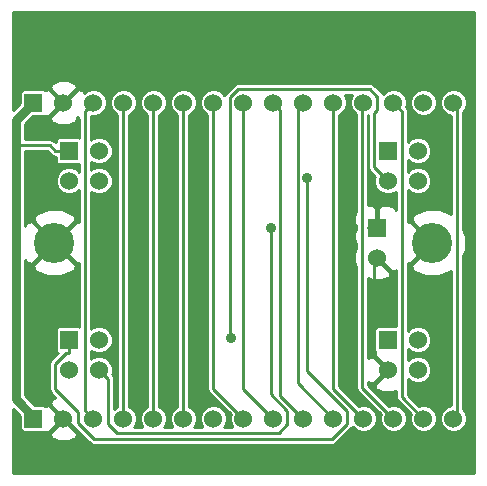
<source format=gbl>
G04 (created by PCBNEW (2013-mar-13)-testing) date Wed 23 Jul 2014 10:31:31 AM PDT*
%MOIN*%
G04 Gerber Fmt 3.4, Leading zero omitted, Abs format*
%FSLAX34Y34*%
G01*
G70*
G90*
G04 APERTURE LIST*
%ADD10C,0.005906*%
%ADD11R,0.060000X0.060000*%
%ADD12C,0.060000*%
%ADD13C,0.133900*%
%ADD14C,0.035000*%
%ADD15C,0.030000*%
%ADD16C,0.010000*%
G04 APERTURE END LIST*
G54D10*
G54D11*
X20559Y-33425D03*
G54D12*
X21559Y-33425D03*
X22559Y-33425D03*
X23559Y-33425D03*
X24559Y-33425D03*
X25559Y-33425D03*
X26559Y-33425D03*
X27559Y-33425D03*
X28559Y-33425D03*
X29559Y-33425D03*
X30559Y-33425D03*
X31559Y-33425D03*
X32559Y-33425D03*
X33559Y-33425D03*
X34559Y-33425D03*
G54D11*
X20559Y-22893D03*
G54D12*
X21559Y-22893D03*
X22559Y-22893D03*
X23559Y-22893D03*
X24559Y-22893D03*
X25559Y-22893D03*
X26559Y-22893D03*
X27559Y-22893D03*
X28559Y-22893D03*
X29559Y-22893D03*
X30559Y-22893D03*
X31559Y-22893D03*
X32559Y-22893D03*
X33559Y-22893D03*
X34559Y-22893D03*
G54D11*
X21744Y-24500D03*
G54D12*
X22744Y-24500D03*
X21744Y-25500D03*
X22744Y-25500D03*
G54D11*
X21744Y-30799D03*
G54D12*
X22744Y-30799D03*
X21744Y-31799D03*
X22744Y-31799D03*
G54D11*
X32374Y-24500D03*
G54D12*
X33374Y-24500D03*
X32374Y-25500D03*
X33374Y-25500D03*
G54D11*
X32374Y-30799D03*
G54D12*
X33374Y-30799D03*
X32374Y-31799D03*
X33374Y-31799D03*
G54D11*
X32007Y-27059D03*
G54D12*
X32007Y-28059D03*
G54D13*
X21259Y-27559D03*
X33858Y-27559D03*
G54D14*
X27152Y-30723D03*
X29692Y-25408D03*
X28464Y-27058D03*
G54D15*
X19980Y-32775D02*
X19980Y-24311D01*
X20559Y-33354D02*
X19980Y-32775D01*
X20559Y-33425D02*
X20559Y-33354D01*
X19980Y-23472D02*
X20559Y-22893D01*
X19980Y-24311D02*
X19980Y-23472D01*
G54D16*
X21105Y-24311D02*
X21293Y-24500D01*
X19980Y-24311D02*
X21105Y-24311D01*
X21744Y-24500D02*
X21293Y-24500D01*
X26559Y-32425D02*
X27559Y-33425D01*
X26559Y-22893D02*
X26559Y-32425D01*
X27559Y-32425D02*
X28559Y-33425D01*
X27559Y-22893D02*
X27559Y-32425D01*
X28789Y-23123D02*
X28559Y-22893D01*
X28789Y-32655D02*
X28789Y-23123D01*
X29559Y-33425D02*
X28789Y-32655D01*
X29367Y-32233D02*
X30559Y-33425D01*
X29367Y-23085D02*
X29367Y-32233D01*
X29559Y-22893D02*
X29367Y-23085D01*
X30559Y-32425D02*
X30559Y-22893D01*
X31559Y-33425D02*
X30559Y-32425D01*
X31523Y-32389D02*
X32559Y-33425D01*
X31523Y-22929D02*
X31523Y-32389D01*
X31559Y-22893D02*
X31523Y-22929D01*
X32842Y-23177D02*
X32559Y-22893D01*
X32842Y-32708D02*
X32842Y-23177D01*
X33559Y-33425D02*
X32842Y-32708D01*
X25559Y-22893D02*
X25559Y-33425D01*
X24559Y-22893D02*
X24559Y-33425D01*
X23559Y-22893D02*
X23559Y-33425D01*
X27106Y-30677D02*
X27152Y-30723D01*
X27106Y-22702D02*
X27106Y-30677D01*
X27376Y-22432D02*
X27106Y-22702D01*
X31763Y-22432D02*
X27376Y-22432D01*
X32025Y-22694D02*
X31763Y-22432D01*
X32025Y-23127D02*
X32025Y-22694D01*
X31923Y-23228D02*
X32025Y-23127D01*
X31923Y-25049D02*
X31923Y-23228D01*
X32374Y-25500D02*
X31923Y-25049D01*
X29692Y-31841D02*
X29692Y-25408D01*
X31015Y-33164D02*
X29692Y-31841D01*
X31015Y-33611D02*
X31015Y-33164D01*
X30515Y-34111D02*
X31015Y-33611D01*
X22587Y-34111D02*
X30515Y-34111D01*
X22059Y-33583D02*
X22587Y-34111D01*
X22059Y-33208D02*
X22059Y-33583D01*
X21291Y-32440D02*
X22059Y-33208D01*
X21291Y-31589D02*
X21291Y-32440D01*
X21631Y-31249D02*
X21291Y-31589D01*
X21744Y-31249D02*
X21631Y-31249D01*
X21744Y-30799D02*
X21744Y-31249D01*
X34681Y-33302D02*
X34559Y-33425D01*
X34681Y-23016D02*
X34681Y-33302D01*
X34559Y-22893D02*
X34681Y-23016D01*
X28464Y-32613D02*
X28464Y-27058D01*
X29015Y-33164D02*
X28464Y-32613D01*
X29015Y-33610D02*
X29015Y-33164D01*
X28732Y-33894D02*
X29015Y-33610D01*
X23345Y-33894D02*
X28732Y-33894D01*
X23059Y-33608D02*
X23345Y-33894D01*
X23059Y-32114D02*
X23059Y-33608D01*
X22744Y-31799D02*
X23059Y-32114D01*
X22285Y-23167D02*
X22559Y-22893D01*
X22285Y-33151D02*
X22285Y-23167D01*
X22559Y-33425D02*
X22285Y-33151D01*
X31923Y-28143D02*
X32007Y-28059D01*
X31923Y-31349D02*
X31923Y-28143D01*
X32374Y-31799D02*
X31923Y-31349D01*
G54D10*
G36*
X32642Y-26457D02*
X32562Y-26377D01*
X32397Y-26309D01*
X32218Y-26309D01*
X32145Y-26309D01*
X32032Y-26421D01*
X32032Y-27034D01*
X32040Y-27034D01*
X32040Y-27084D01*
X32032Y-27084D01*
X32032Y-27091D01*
X31982Y-27091D01*
X31982Y-27084D01*
X31723Y-27084D01*
X31723Y-27034D01*
X31982Y-27034D01*
X31982Y-26421D01*
X31870Y-26309D01*
X31797Y-26309D01*
X31723Y-26309D01*
X31723Y-23312D01*
X31723Y-23312D01*
X31723Y-25049D01*
X31739Y-25126D01*
X31782Y-25191D01*
X31946Y-25355D01*
X31924Y-25410D01*
X31923Y-25589D01*
X31992Y-25754D01*
X32118Y-25881D01*
X32284Y-25949D01*
X32463Y-25950D01*
X32628Y-25881D01*
X32642Y-25867D01*
X32642Y-26457D01*
X32642Y-26457D01*
G37*
G54D16*
X32642Y-26457D02*
X32562Y-26377D01*
X32397Y-26309D01*
X32218Y-26309D01*
X32145Y-26309D01*
X32032Y-26421D01*
X32032Y-27034D01*
X32040Y-27034D01*
X32040Y-27084D01*
X32032Y-27084D01*
X32032Y-27091D01*
X31982Y-27091D01*
X31982Y-27084D01*
X31723Y-27084D01*
X31723Y-27034D01*
X31982Y-27034D01*
X31982Y-26421D01*
X31870Y-26309D01*
X31797Y-26309D01*
X31723Y-26309D01*
X31723Y-23312D01*
X31723Y-23312D01*
X31723Y-25049D01*
X31739Y-25126D01*
X31782Y-25191D01*
X31946Y-25355D01*
X31924Y-25410D01*
X31923Y-25589D01*
X31992Y-25754D01*
X32118Y-25881D01*
X32284Y-25949D01*
X32463Y-25950D01*
X32628Y-25881D01*
X32642Y-25867D01*
X32642Y-26457D01*
G54D10*
G36*
X35233Y-35233D02*
X35009Y-35233D01*
X35009Y-33336D01*
X34940Y-33170D01*
X34881Y-33111D01*
X34881Y-28013D01*
X34973Y-27801D01*
X34981Y-27355D01*
X34881Y-27102D01*
X34881Y-23207D01*
X34940Y-23148D01*
X35008Y-22983D01*
X35009Y-22804D01*
X34940Y-22639D01*
X34814Y-22512D01*
X34648Y-22443D01*
X34469Y-22443D01*
X34304Y-22511D01*
X34177Y-22638D01*
X34109Y-22803D01*
X34108Y-22982D01*
X34177Y-23148D01*
X34303Y-23274D01*
X34469Y-23343D01*
X34481Y-23343D01*
X34481Y-26609D01*
X34100Y-26443D01*
X34009Y-26442D01*
X34009Y-22804D01*
X33940Y-22639D01*
X33814Y-22512D01*
X33648Y-22443D01*
X33469Y-22443D01*
X33304Y-22511D01*
X33177Y-22638D01*
X33109Y-22803D01*
X33108Y-22982D01*
X33177Y-23148D01*
X33303Y-23274D01*
X33469Y-23343D01*
X33648Y-23343D01*
X33813Y-23275D01*
X33940Y-23148D01*
X34008Y-22983D01*
X34009Y-22804D01*
X34009Y-26442D01*
X33655Y-26435D01*
X33240Y-26599D01*
X33207Y-26621D01*
X33148Y-26814D01*
X33858Y-27523D01*
X33863Y-27518D01*
X33899Y-27553D01*
X33893Y-27559D01*
X33899Y-27564D01*
X33863Y-27599D01*
X33858Y-27594D01*
X33148Y-28304D01*
X33207Y-28496D01*
X33616Y-28674D01*
X34061Y-28682D01*
X34475Y-28518D01*
X34481Y-28515D01*
X34481Y-32975D01*
X34469Y-32975D01*
X34304Y-33043D01*
X34177Y-33169D01*
X34109Y-33335D01*
X34108Y-33514D01*
X34177Y-33679D01*
X34303Y-33806D01*
X34469Y-33875D01*
X34648Y-33875D01*
X34813Y-33806D01*
X34940Y-33680D01*
X35008Y-33515D01*
X35009Y-33336D01*
X35009Y-35233D01*
X22002Y-35233D01*
X22002Y-33903D01*
X21559Y-33460D01*
X21115Y-33903D01*
X21130Y-34058D01*
X21404Y-34174D01*
X21703Y-34176D01*
X21979Y-34063D01*
X21988Y-34058D01*
X22002Y-33903D01*
X22002Y-35233D01*
X19884Y-35233D01*
X19884Y-33103D01*
X20109Y-33328D01*
X20109Y-33755D01*
X20131Y-33810D01*
X20174Y-33852D01*
X20229Y-33875D01*
X20288Y-33875D01*
X20888Y-33875D01*
X20937Y-33855D01*
X21080Y-33868D01*
X21523Y-33425D01*
X21080Y-32982D01*
X20937Y-32995D01*
X20888Y-32975D01*
X20829Y-32975D01*
X20604Y-32975D01*
X20280Y-32651D01*
X20280Y-28126D01*
X20299Y-28176D01*
X20321Y-28209D01*
X20514Y-28268D01*
X21224Y-27559D01*
X20514Y-26849D01*
X20321Y-26908D01*
X20280Y-27004D01*
X20280Y-24511D01*
X21022Y-24511D01*
X21152Y-24641D01*
X21217Y-24684D01*
X21293Y-24700D01*
X21294Y-24700D01*
X21294Y-24829D01*
X21316Y-24884D01*
X21359Y-24927D01*
X21414Y-24950D01*
X21473Y-24950D01*
X22073Y-24950D01*
X22085Y-24945D01*
X22085Y-25204D01*
X21999Y-25118D01*
X21833Y-25050D01*
X21654Y-25049D01*
X21489Y-25118D01*
X21362Y-25244D01*
X21294Y-25410D01*
X21294Y-25589D01*
X21362Y-25754D01*
X21488Y-25881D01*
X21654Y-25949D01*
X21833Y-25950D01*
X21998Y-25881D01*
X22085Y-25795D01*
X22085Y-26874D01*
X22004Y-26849D01*
X21969Y-26884D01*
X21969Y-26814D01*
X21910Y-26621D01*
X21501Y-26443D01*
X21056Y-26435D01*
X20642Y-26599D01*
X20609Y-26621D01*
X20550Y-26814D01*
X21259Y-27523D01*
X21969Y-26814D01*
X21969Y-26884D01*
X21295Y-27559D01*
X22004Y-28268D01*
X22085Y-28244D01*
X22085Y-30353D01*
X22073Y-30349D01*
X22014Y-30349D01*
X21969Y-30349D01*
X21969Y-28304D01*
X21259Y-27594D01*
X20550Y-28304D01*
X20609Y-28496D01*
X21017Y-28674D01*
X21463Y-28682D01*
X21877Y-28518D01*
X21910Y-28496D01*
X21969Y-28304D01*
X21969Y-30349D01*
X21414Y-30349D01*
X21359Y-30372D01*
X21316Y-30414D01*
X21294Y-30469D01*
X21294Y-30529D01*
X21294Y-31129D01*
X21316Y-31184D01*
X21359Y-31226D01*
X21368Y-31230D01*
X21149Y-31448D01*
X21106Y-31512D01*
X21091Y-31589D01*
X21091Y-32440D01*
X21106Y-32517D01*
X21149Y-32582D01*
X21292Y-32724D01*
X21138Y-32786D01*
X21130Y-32792D01*
X21115Y-32946D01*
X21559Y-33389D01*
X21564Y-33384D01*
X21599Y-33419D01*
X21594Y-33425D01*
X22037Y-33868D01*
X22059Y-33866D01*
X22445Y-34252D01*
X22510Y-34296D01*
X22587Y-34311D01*
X30515Y-34311D01*
X30591Y-34296D01*
X30656Y-34252D01*
X31157Y-33752D01*
X31157Y-33752D01*
X31194Y-33696D01*
X31303Y-33806D01*
X31469Y-33875D01*
X31648Y-33875D01*
X31813Y-33806D01*
X31940Y-33680D01*
X32008Y-33515D01*
X32009Y-33336D01*
X31940Y-33170D01*
X31814Y-33043D01*
X31648Y-32975D01*
X31469Y-32975D01*
X31414Y-32997D01*
X30759Y-32342D01*
X30759Y-23297D01*
X30813Y-23275D01*
X30940Y-23148D01*
X31008Y-22983D01*
X31009Y-22804D01*
X30940Y-22639D01*
X30934Y-22632D01*
X31183Y-22632D01*
X31177Y-22638D01*
X31109Y-22803D01*
X31108Y-22982D01*
X31177Y-23148D01*
X31303Y-23274D01*
X31323Y-23282D01*
X31323Y-26512D01*
X31257Y-26669D01*
X31257Y-26921D01*
X31323Y-26986D01*
X31323Y-27131D01*
X31257Y-27196D01*
X31257Y-27448D01*
X31323Y-27605D01*
X31323Y-27752D01*
X31258Y-27904D01*
X31256Y-28203D01*
X31323Y-28365D01*
X31323Y-32389D01*
X31338Y-32465D01*
X31381Y-32530D01*
X32131Y-33280D01*
X32109Y-33335D01*
X32108Y-33514D01*
X32177Y-33679D01*
X32303Y-33806D01*
X32469Y-33875D01*
X32648Y-33875D01*
X32813Y-33806D01*
X32940Y-33680D01*
X33008Y-33515D01*
X33009Y-33336D01*
X32940Y-33170D01*
X32814Y-33043D01*
X32648Y-32975D01*
X32469Y-32975D01*
X32414Y-32997D01*
X31723Y-32306D01*
X31723Y-32189D01*
X31735Y-32219D01*
X31741Y-32228D01*
X31895Y-32242D01*
X32338Y-31799D01*
X31895Y-31356D01*
X31741Y-31370D01*
X31723Y-31412D01*
X31723Y-28752D01*
X31853Y-28808D01*
X32152Y-28810D01*
X32428Y-28697D01*
X32436Y-28692D01*
X32451Y-28537D01*
X32007Y-28094D01*
X32002Y-28099D01*
X31966Y-28064D01*
X31972Y-28059D01*
X31966Y-28053D01*
X32002Y-28018D01*
X32007Y-28023D01*
X32013Y-28018D01*
X32048Y-28053D01*
X32043Y-28059D01*
X32486Y-28502D01*
X32640Y-28488D01*
X32642Y-28484D01*
X32642Y-30349D01*
X32044Y-30349D01*
X31989Y-30372D01*
X31946Y-30414D01*
X31924Y-30469D01*
X31924Y-30529D01*
X31924Y-31129D01*
X31943Y-31177D01*
X31930Y-31320D01*
X32374Y-31763D01*
X32379Y-31758D01*
X32414Y-31793D01*
X32409Y-31799D01*
X32414Y-31804D01*
X32379Y-31840D01*
X32374Y-31834D01*
X31930Y-32277D01*
X31945Y-32432D01*
X32219Y-32548D01*
X32518Y-32550D01*
X32642Y-32499D01*
X32642Y-32708D01*
X32657Y-32785D01*
X32701Y-32850D01*
X33131Y-33280D01*
X33109Y-33335D01*
X33108Y-33514D01*
X33177Y-33679D01*
X33303Y-33806D01*
X33469Y-33875D01*
X33648Y-33875D01*
X33813Y-33806D01*
X33940Y-33680D01*
X34008Y-33515D01*
X34009Y-33336D01*
X33940Y-33170D01*
X33814Y-33043D01*
X33648Y-32975D01*
X33469Y-32975D01*
X33414Y-32997D01*
X33042Y-32625D01*
X33042Y-32144D01*
X33054Y-32115D01*
X33118Y-32180D01*
X33284Y-32249D01*
X33463Y-32249D01*
X33628Y-32180D01*
X33755Y-32054D01*
X33823Y-31889D01*
X33824Y-31710D01*
X33755Y-31544D01*
X33629Y-31417D01*
X33463Y-31349D01*
X33284Y-31349D01*
X33119Y-31417D01*
X33054Y-31482D01*
X33042Y-31452D01*
X33042Y-31104D01*
X33118Y-31180D01*
X33284Y-31249D01*
X33463Y-31249D01*
X33628Y-31180D01*
X33755Y-31054D01*
X33823Y-30889D01*
X33824Y-30710D01*
X33755Y-30544D01*
X33629Y-30417D01*
X33463Y-30349D01*
X33284Y-30349D01*
X33119Y-30417D01*
X33042Y-30494D01*
X33042Y-28247D01*
X33113Y-28268D01*
X33822Y-27559D01*
X33113Y-26849D01*
X33042Y-26871D01*
X33042Y-25804D01*
X33118Y-25881D01*
X33284Y-25949D01*
X33463Y-25950D01*
X33628Y-25881D01*
X33755Y-25755D01*
X33823Y-25589D01*
X33824Y-25410D01*
X33755Y-25245D01*
X33629Y-25118D01*
X33463Y-25050D01*
X33284Y-25049D01*
X33119Y-25118D01*
X33042Y-25195D01*
X33042Y-24804D01*
X33118Y-24881D01*
X33284Y-24949D01*
X33463Y-24950D01*
X33628Y-24881D01*
X33755Y-24755D01*
X33823Y-24589D01*
X33824Y-24410D01*
X33755Y-24245D01*
X33629Y-24118D01*
X33463Y-24050D01*
X33284Y-24049D01*
X33119Y-24118D01*
X33042Y-24195D01*
X33042Y-23177D01*
X33027Y-23100D01*
X33027Y-23100D01*
X32986Y-23038D01*
X33008Y-22983D01*
X33009Y-22804D01*
X32940Y-22639D01*
X32814Y-22512D01*
X32648Y-22443D01*
X32469Y-22443D01*
X32304Y-22511D01*
X32205Y-22610D01*
X32166Y-22552D01*
X31904Y-22290D01*
X31840Y-22247D01*
X31763Y-22232D01*
X27376Y-22232D01*
X27299Y-22247D01*
X27235Y-22290D01*
X26965Y-22560D01*
X26924Y-22622D01*
X26814Y-22512D01*
X26648Y-22443D01*
X26469Y-22443D01*
X26304Y-22511D01*
X26177Y-22638D01*
X26109Y-22803D01*
X26108Y-22982D01*
X26177Y-23148D01*
X26303Y-23274D01*
X26359Y-23297D01*
X26359Y-32425D01*
X26374Y-32501D01*
X26417Y-32566D01*
X27131Y-33280D01*
X27109Y-33335D01*
X27108Y-33514D01*
X27177Y-33679D01*
X27192Y-33694D01*
X26926Y-33694D01*
X26940Y-33680D01*
X27008Y-33515D01*
X27009Y-33336D01*
X26940Y-33170D01*
X26814Y-33043D01*
X26648Y-32975D01*
X26469Y-32975D01*
X26304Y-33043D01*
X26177Y-33169D01*
X26109Y-33335D01*
X26108Y-33514D01*
X26177Y-33679D01*
X26192Y-33694D01*
X25926Y-33694D01*
X25940Y-33680D01*
X26008Y-33515D01*
X26009Y-33336D01*
X25940Y-33170D01*
X25814Y-33043D01*
X25759Y-33020D01*
X25759Y-23297D01*
X25813Y-23275D01*
X25940Y-23148D01*
X26008Y-22983D01*
X26009Y-22804D01*
X25940Y-22639D01*
X25814Y-22512D01*
X25648Y-22443D01*
X25469Y-22443D01*
X25304Y-22511D01*
X25177Y-22638D01*
X25109Y-22803D01*
X25108Y-22982D01*
X25177Y-23148D01*
X25303Y-23274D01*
X25359Y-23297D01*
X25359Y-33020D01*
X25304Y-33043D01*
X25177Y-33169D01*
X25109Y-33335D01*
X25108Y-33514D01*
X25177Y-33679D01*
X25192Y-33694D01*
X24926Y-33694D01*
X24940Y-33680D01*
X25008Y-33515D01*
X25009Y-33336D01*
X24940Y-33170D01*
X24814Y-33043D01*
X24759Y-33020D01*
X24759Y-23297D01*
X24813Y-23275D01*
X24940Y-23148D01*
X25008Y-22983D01*
X25009Y-22804D01*
X24940Y-22639D01*
X24814Y-22512D01*
X24648Y-22443D01*
X24469Y-22443D01*
X24304Y-22511D01*
X24177Y-22638D01*
X24109Y-22803D01*
X24108Y-22982D01*
X24177Y-23148D01*
X24303Y-23274D01*
X24359Y-23297D01*
X24359Y-33020D01*
X24304Y-33043D01*
X24177Y-33169D01*
X24109Y-33335D01*
X24108Y-33514D01*
X24177Y-33679D01*
X24192Y-33694D01*
X23926Y-33694D01*
X23940Y-33680D01*
X24008Y-33515D01*
X24009Y-33336D01*
X23940Y-33170D01*
X23814Y-33043D01*
X23759Y-33020D01*
X23759Y-23297D01*
X23813Y-23275D01*
X23940Y-23148D01*
X24008Y-22983D01*
X24009Y-22804D01*
X23940Y-22639D01*
X23814Y-22512D01*
X23648Y-22443D01*
X23469Y-22443D01*
X23304Y-22511D01*
X23177Y-22638D01*
X23109Y-22803D01*
X23108Y-22982D01*
X23177Y-23148D01*
X23303Y-23274D01*
X23359Y-23297D01*
X23359Y-33020D01*
X23304Y-33043D01*
X23259Y-33088D01*
X23259Y-32114D01*
X23246Y-32050D01*
X23243Y-32037D01*
X23243Y-32037D01*
X23200Y-31972D01*
X23171Y-31943D01*
X23194Y-31889D01*
X23194Y-31710D01*
X23125Y-31544D01*
X22999Y-31417D01*
X22833Y-31349D01*
X22654Y-31349D01*
X22489Y-31417D01*
X22485Y-31421D01*
X22485Y-31177D01*
X22488Y-31180D01*
X22654Y-31249D01*
X22833Y-31249D01*
X22998Y-31180D01*
X23125Y-31054D01*
X23194Y-30889D01*
X23194Y-30710D01*
X23125Y-30544D01*
X22999Y-30417D01*
X22833Y-30349D01*
X22654Y-30349D01*
X22489Y-30417D01*
X22485Y-30421D01*
X22485Y-25877D01*
X22488Y-25881D01*
X22654Y-25949D01*
X22833Y-25950D01*
X22998Y-25881D01*
X23125Y-25755D01*
X23194Y-25589D01*
X23194Y-25410D01*
X23125Y-25245D01*
X22999Y-25118D01*
X22833Y-25050D01*
X22654Y-25049D01*
X22489Y-25118D01*
X22485Y-25122D01*
X22485Y-24877D01*
X22488Y-24881D01*
X22654Y-24949D01*
X22833Y-24950D01*
X22998Y-24881D01*
X23125Y-24755D01*
X23194Y-24589D01*
X23194Y-24410D01*
X23125Y-24245D01*
X22999Y-24118D01*
X22833Y-24050D01*
X22654Y-24049D01*
X22489Y-24118D01*
X22485Y-24122D01*
X22485Y-23343D01*
X22648Y-23343D01*
X22813Y-23275D01*
X22940Y-23148D01*
X23008Y-22983D01*
X23009Y-22804D01*
X22940Y-22639D01*
X22814Y-22512D01*
X22648Y-22443D01*
X22469Y-22443D01*
X22304Y-22511D01*
X22239Y-22576D01*
X22197Y-22473D01*
X22192Y-22464D01*
X22037Y-22450D01*
X22002Y-22485D01*
X22002Y-22415D01*
X21988Y-22260D01*
X21713Y-22144D01*
X21414Y-22142D01*
X21138Y-22255D01*
X21130Y-22260D01*
X21115Y-22415D01*
X21559Y-22858D01*
X22002Y-22415D01*
X22002Y-22485D01*
X21594Y-22893D01*
X21599Y-22899D01*
X21564Y-22934D01*
X21559Y-22929D01*
X21115Y-23372D01*
X21130Y-23526D01*
X21404Y-23642D01*
X21703Y-23644D01*
X21979Y-23532D01*
X21988Y-23526D01*
X22002Y-23372D01*
X22002Y-23372D01*
X22081Y-23451D01*
X22085Y-23447D01*
X22085Y-24054D01*
X22073Y-24050D01*
X22014Y-24050D01*
X22002Y-24050D01*
X21414Y-24050D01*
X21359Y-24072D01*
X21316Y-24115D01*
X21294Y-24170D01*
X21294Y-24217D01*
X21246Y-24169D01*
X21181Y-24126D01*
X21105Y-24111D01*
X20280Y-24111D01*
X20280Y-23596D01*
X20533Y-23343D01*
X20888Y-23343D01*
X20937Y-23323D01*
X21080Y-23336D01*
X21523Y-22893D01*
X21080Y-22450D01*
X20937Y-22463D01*
X20888Y-22443D01*
X20829Y-22443D01*
X20229Y-22443D01*
X20174Y-22466D01*
X20131Y-22508D01*
X20109Y-22563D01*
X20109Y-22623D01*
X20109Y-22919D01*
X19884Y-23144D01*
X19884Y-19884D01*
X35233Y-19884D01*
X35233Y-35233D01*
X35233Y-35233D01*
G37*
G54D16*
X35233Y-35233D02*
X35009Y-35233D01*
X35009Y-33336D01*
X34940Y-33170D01*
X34881Y-33111D01*
X34881Y-28013D01*
X34973Y-27801D01*
X34981Y-27355D01*
X34881Y-27102D01*
X34881Y-23207D01*
X34940Y-23148D01*
X35008Y-22983D01*
X35009Y-22804D01*
X34940Y-22639D01*
X34814Y-22512D01*
X34648Y-22443D01*
X34469Y-22443D01*
X34304Y-22511D01*
X34177Y-22638D01*
X34109Y-22803D01*
X34108Y-22982D01*
X34177Y-23148D01*
X34303Y-23274D01*
X34469Y-23343D01*
X34481Y-23343D01*
X34481Y-26609D01*
X34100Y-26443D01*
X34009Y-26442D01*
X34009Y-22804D01*
X33940Y-22639D01*
X33814Y-22512D01*
X33648Y-22443D01*
X33469Y-22443D01*
X33304Y-22511D01*
X33177Y-22638D01*
X33109Y-22803D01*
X33108Y-22982D01*
X33177Y-23148D01*
X33303Y-23274D01*
X33469Y-23343D01*
X33648Y-23343D01*
X33813Y-23275D01*
X33940Y-23148D01*
X34008Y-22983D01*
X34009Y-22804D01*
X34009Y-26442D01*
X33655Y-26435D01*
X33240Y-26599D01*
X33207Y-26621D01*
X33148Y-26814D01*
X33858Y-27523D01*
X33863Y-27518D01*
X33899Y-27553D01*
X33893Y-27559D01*
X33899Y-27564D01*
X33863Y-27599D01*
X33858Y-27594D01*
X33148Y-28304D01*
X33207Y-28496D01*
X33616Y-28674D01*
X34061Y-28682D01*
X34475Y-28518D01*
X34481Y-28515D01*
X34481Y-32975D01*
X34469Y-32975D01*
X34304Y-33043D01*
X34177Y-33169D01*
X34109Y-33335D01*
X34108Y-33514D01*
X34177Y-33679D01*
X34303Y-33806D01*
X34469Y-33875D01*
X34648Y-33875D01*
X34813Y-33806D01*
X34940Y-33680D01*
X35008Y-33515D01*
X35009Y-33336D01*
X35009Y-35233D01*
X22002Y-35233D01*
X22002Y-33903D01*
X21559Y-33460D01*
X21115Y-33903D01*
X21130Y-34058D01*
X21404Y-34174D01*
X21703Y-34176D01*
X21979Y-34063D01*
X21988Y-34058D01*
X22002Y-33903D01*
X22002Y-35233D01*
X19884Y-35233D01*
X19884Y-33103D01*
X20109Y-33328D01*
X20109Y-33755D01*
X20131Y-33810D01*
X20174Y-33852D01*
X20229Y-33875D01*
X20288Y-33875D01*
X20888Y-33875D01*
X20937Y-33855D01*
X21080Y-33868D01*
X21523Y-33425D01*
X21080Y-32982D01*
X20937Y-32995D01*
X20888Y-32975D01*
X20829Y-32975D01*
X20604Y-32975D01*
X20280Y-32651D01*
X20280Y-28126D01*
X20299Y-28176D01*
X20321Y-28209D01*
X20514Y-28268D01*
X21224Y-27559D01*
X20514Y-26849D01*
X20321Y-26908D01*
X20280Y-27004D01*
X20280Y-24511D01*
X21022Y-24511D01*
X21152Y-24641D01*
X21217Y-24684D01*
X21293Y-24700D01*
X21294Y-24700D01*
X21294Y-24829D01*
X21316Y-24884D01*
X21359Y-24927D01*
X21414Y-24950D01*
X21473Y-24950D01*
X22073Y-24950D01*
X22085Y-24945D01*
X22085Y-25204D01*
X21999Y-25118D01*
X21833Y-25050D01*
X21654Y-25049D01*
X21489Y-25118D01*
X21362Y-25244D01*
X21294Y-25410D01*
X21294Y-25589D01*
X21362Y-25754D01*
X21488Y-25881D01*
X21654Y-25949D01*
X21833Y-25950D01*
X21998Y-25881D01*
X22085Y-25795D01*
X22085Y-26874D01*
X22004Y-26849D01*
X21969Y-26884D01*
X21969Y-26814D01*
X21910Y-26621D01*
X21501Y-26443D01*
X21056Y-26435D01*
X20642Y-26599D01*
X20609Y-26621D01*
X20550Y-26814D01*
X21259Y-27523D01*
X21969Y-26814D01*
X21969Y-26884D01*
X21295Y-27559D01*
X22004Y-28268D01*
X22085Y-28244D01*
X22085Y-30353D01*
X22073Y-30349D01*
X22014Y-30349D01*
X21969Y-30349D01*
X21969Y-28304D01*
X21259Y-27594D01*
X20550Y-28304D01*
X20609Y-28496D01*
X21017Y-28674D01*
X21463Y-28682D01*
X21877Y-28518D01*
X21910Y-28496D01*
X21969Y-28304D01*
X21969Y-30349D01*
X21414Y-30349D01*
X21359Y-30372D01*
X21316Y-30414D01*
X21294Y-30469D01*
X21294Y-30529D01*
X21294Y-31129D01*
X21316Y-31184D01*
X21359Y-31226D01*
X21368Y-31230D01*
X21149Y-31448D01*
X21106Y-31512D01*
X21091Y-31589D01*
X21091Y-32440D01*
X21106Y-32517D01*
X21149Y-32582D01*
X21292Y-32724D01*
X21138Y-32786D01*
X21130Y-32792D01*
X21115Y-32946D01*
X21559Y-33389D01*
X21564Y-33384D01*
X21599Y-33419D01*
X21594Y-33425D01*
X22037Y-33868D01*
X22059Y-33866D01*
X22445Y-34252D01*
X22510Y-34296D01*
X22587Y-34311D01*
X30515Y-34311D01*
X30591Y-34296D01*
X30656Y-34252D01*
X31157Y-33752D01*
X31157Y-33752D01*
X31194Y-33696D01*
X31303Y-33806D01*
X31469Y-33875D01*
X31648Y-33875D01*
X31813Y-33806D01*
X31940Y-33680D01*
X32008Y-33515D01*
X32009Y-33336D01*
X31940Y-33170D01*
X31814Y-33043D01*
X31648Y-32975D01*
X31469Y-32975D01*
X31414Y-32997D01*
X30759Y-32342D01*
X30759Y-23297D01*
X30813Y-23275D01*
X30940Y-23148D01*
X31008Y-22983D01*
X31009Y-22804D01*
X30940Y-22639D01*
X30934Y-22632D01*
X31183Y-22632D01*
X31177Y-22638D01*
X31109Y-22803D01*
X31108Y-22982D01*
X31177Y-23148D01*
X31303Y-23274D01*
X31323Y-23282D01*
X31323Y-26512D01*
X31257Y-26669D01*
X31257Y-26921D01*
X31323Y-26986D01*
X31323Y-27131D01*
X31257Y-27196D01*
X31257Y-27448D01*
X31323Y-27605D01*
X31323Y-27752D01*
X31258Y-27904D01*
X31256Y-28203D01*
X31323Y-28365D01*
X31323Y-32389D01*
X31338Y-32465D01*
X31381Y-32530D01*
X32131Y-33280D01*
X32109Y-33335D01*
X32108Y-33514D01*
X32177Y-33679D01*
X32303Y-33806D01*
X32469Y-33875D01*
X32648Y-33875D01*
X32813Y-33806D01*
X32940Y-33680D01*
X33008Y-33515D01*
X33009Y-33336D01*
X32940Y-33170D01*
X32814Y-33043D01*
X32648Y-32975D01*
X32469Y-32975D01*
X32414Y-32997D01*
X31723Y-32306D01*
X31723Y-32189D01*
X31735Y-32219D01*
X31741Y-32228D01*
X31895Y-32242D01*
X32338Y-31799D01*
X31895Y-31356D01*
X31741Y-31370D01*
X31723Y-31412D01*
X31723Y-28752D01*
X31853Y-28808D01*
X32152Y-28810D01*
X32428Y-28697D01*
X32436Y-28692D01*
X32451Y-28537D01*
X32007Y-28094D01*
X32002Y-28099D01*
X31966Y-28064D01*
X31972Y-28059D01*
X31966Y-28053D01*
X32002Y-28018D01*
X32007Y-28023D01*
X32013Y-28018D01*
X32048Y-28053D01*
X32043Y-28059D01*
X32486Y-28502D01*
X32640Y-28488D01*
X32642Y-28484D01*
X32642Y-30349D01*
X32044Y-30349D01*
X31989Y-30372D01*
X31946Y-30414D01*
X31924Y-30469D01*
X31924Y-30529D01*
X31924Y-31129D01*
X31943Y-31177D01*
X31930Y-31320D01*
X32374Y-31763D01*
X32379Y-31758D01*
X32414Y-31793D01*
X32409Y-31799D01*
X32414Y-31804D01*
X32379Y-31840D01*
X32374Y-31834D01*
X31930Y-32277D01*
X31945Y-32432D01*
X32219Y-32548D01*
X32518Y-32550D01*
X32642Y-32499D01*
X32642Y-32708D01*
X32657Y-32785D01*
X32701Y-32850D01*
X33131Y-33280D01*
X33109Y-33335D01*
X33108Y-33514D01*
X33177Y-33679D01*
X33303Y-33806D01*
X33469Y-33875D01*
X33648Y-33875D01*
X33813Y-33806D01*
X33940Y-33680D01*
X34008Y-33515D01*
X34009Y-33336D01*
X33940Y-33170D01*
X33814Y-33043D01*
X33648Y-32975D01*
X33469Y-32975D01*
X33414Y-32997D01*
X33042Y-32625D01*
X33042Y-32144D01*
X33054Y-32115D01*
X33118Y-32180D01*
X33284Y-32249D01*
X33463Y-32249D01*
X33628Y-32180D01*
X33755Y-32054D01*
X33823Y-31889D01*
X33824Y-31710D01*
X33755Y-31544D01*
X33629Y-31417D01*
X33463Y-31349D01*
X33284Y-31349D01*
X33119Y-31417D01*
X33054Y-31482D01*
X33042Y-31452D01*
X33042Y-31104D01*
X33118Y-31180D01*
X33284Y-31249D01*
X33463Y-31249D01*
X33628Y-31180D01*
X33755Y-31054D01*
X33823Y-30889D01*
X33824Y-30710D01*
X33755Y-30544D01*
X33629Y-30417D01*
X33463Y-30349D01*
X33284Y-30349D01*
X33119Y-30417D01*
X33042Y-30494D01*
X33042Y-28247D01*
X33113Y-28268D01*
X33822Y-27559D01*
X33113Y-26849D01*
X33042Y-26871D01*
X33042Y-25804D01*
X33118Y-25881D01*
X33284Y-25949D01*
X33463Y-25950D01*
X33628Y-25881D01*
X33755Y-25755D01*
X33823Y-25589D01*
X33824Y-25410D01*
X33755Y-25245D01*
X33629Y-25118D01*
X33463Y-25050D01*
X33284Y-25049D01*
X33119Y-25118D01*
X33042Y-25195D01*
X33042Y-24804D01*
X33118Y-24881D01*
X33284Y-24949D01*
X33463Y-24950D01*
X33628Y-24881D01*
X33755Y-24755D01*
X33823Y-24589D01*
X33824Y-24410D01*
X33755Y-24245D01*
X33629Y-24118D01*
X33463Y-24050D01*
X33284Y-24049D01*
X33119Y-24118D01*
X33042Y-24195D01*
X33042Y-23177D01*
X33027Y-23100D01*
X33027Y-23100D01*
X32986Y-23038D01*
X33008Y-22983D01*
X33009Y-22804D01*
X32940Y-22639D01*
X32814Y-22512D01*
X32648Y-22443D01*
X32469Y-22443D01*
X32304Y-22511D01*
X32205Y-22610D01*
X32166Y-22552D01*
X31904Y-22290D01*
X31840Y-22247D01*
X31763Y-22232D01*
X27376Y-22232D01*
X27299Y-22247D01*
X27235Y-22290D01*
X26965Y-22560D01*
X26924Y-22622D01*
X26814Y-22512D01*
X26648Y-22443D01*
X26469Y-22443D01*
X26304Y-22511D01*
X26177Y-22638D01*
X26109Y-22803D01*
X26108Y-22982D01*
X26177Y-23148D01*
X26303Y-23274D01*
X26359Y-23297D01*
X26359Y-32425D01*
X26374Y-32501D01*
X26417Y-32566D01*
X27131Y-33280D01*
X27109Y-33335D01*
X27108Y-33514D01*
X27177Y-33679D01*
X27192Y-33694D01*
X26926Y-33694D01*
X26940Y-33680D01*
X27008Y-33515D01*
X27009Y-33336D01*
X26940Y-33170D01*
X26814Y-33043D01*
X26648Y-32975D01*
X26469Y-32975D01*
X26304Y-33043D01*
X26177Y-33169D01*
X26109Y-33335D01*
X26108Y-33514D01*
X26177Y-33679D01*
X26192Y-33694D01*
X25926Y-33694D01*
X25940Y-33680D01*
X26008Y-33515D01*
X26009Y-33336D01*
X25940Y-33170D01*
X25814Y-33043D01*
X25759Y-33020D01*
X25759Y-23297D01*
X25813Y-23275D01*
X25940Y-23148D01*
X26008Y-22983D01*
X26009Y-22804D01*
X25940Y-22639D01*
X25814Y-22512D01*
X25648Y-22443D01*
X25469Y-22443D01*
X25304Y-22511D01*
X25177Y-22638D01*
X25109Y-22803D01*
X25108Y-22982D01*
X25177Y-23148D01*
X25303Y-23274D01*
X25359Y-23297D01*
X25359Y-33020D01*
X25304Y-33043D01*
X25177Y-33169D01*
X25109Y-33335D01*
X25108Y-33514D01*
X25177Y-33679D01*
X25192Y-33694D01*
X24926Y-33694D01*
X24940Y-33680D01*
X25008Y-33515D01*
X25009Y-33336D01*
X24940Y-33170D01*
X24814Y-33043D01*
X24759Y-33020D01*
X24759Y-23297D01*
X24813Y-23275D01*
X24940Y-23148D01*
X25008Y-22983D01*
X25009Y-22804D01*
X24940Y-22639D01*
X24814Y-22512D01*
X24648Y-22443D01*
X24469Y-22443D01*
X24304Y-22511D01*
X24177Y-22638D01*
X24109Y-22803D01*
X24108Y-22982D01*
X24177Y-23148D01*
X24303Y-23274D01*
X24359Y-23297D01*
X24359Y-33020D01*
X24304Y-33043D01*
X24177Y-33169D01*
X24109Y-33335D01*
X24108Y-33514D01*
X24177Y-33679D01*
X24192Y-33694D01*
X23926Y-33694D01*
X23940Y-33680D01*
X24008Y-33515D01*
X24009Y-33336D01*
X23940Y-33170D01*
X23814Y-33043D01*
X23759Y-33020D01*
X23759Y-23297D01*
X23813Y-23275D01*
X23940Y-23148D01*
X24008Y-22983D01*
X24009Y-22804D01*
X23940Y-22639D01*
X23814Y-22512D01*
X23648Y-22443D01*
X23469Y-22443D01*
X23304Y-22511D01*
X23177Y-22638D01*
X23109Y-22803D01*
X23108Y-22982D01*
X23177Y-23148D01*
X23303Y-23274D01*
X23359Y-23297D01*
X23359Y-33020D01*
X23304Y-33043D01*
X23259Y-33088D01*
X23259Y-32114D01*
X23246Y-32050D01*
X23243Y-32037D01*
X23243Y-32037D01*
X23200Y-31972D01*
X23171Y-31943D01*
X23194Y-31889D01*
X23194Y-31710D01*
X23125Y-31544D01*
X22999Y-31417D01*
X22833Y-31349D01*
X22654Y-31349D01*
X22489Y-31417D01*
X22485Y-31421D01*
X22485Y-31177D01*
X22488Y-31180D01*
X22654Y-31249D01*
X22833Y-31249D01*
X22998Y-31180D01*
X23125Y-31054D01*
X23194Y-30889D01*
X23194Y-30710D01*
X23125Y-30544D01*
X22999Y-30417D01*
X22833Y-30349D01*
X22654Y-30349D01*
X22489Y-30417D01*
X22485Y-30421D01*
X22485Y-25877D01*
X22488Y-25881D01*
X22654Y-25949D01*
X22833Y-25950D01*
X22998Y-25881D01*
X23125Y-25755D01*
X23194Y-25589D01*
X23194Y-25410D01*
X23125Y-25245D01*
X22999Y-25118D01*
X22833Y-25050D01*
X22654Y-25049D01*
X22489Y-25118D01*
X22485Y-25122D01*
X22485Y-24877D01*
X22488Y-24881D01*
X22654Y-24949D01*
X22833Y-24950D01*
X22998Y-24881D01*
X23125Y-24755D01*
X23194Y-24589D01*
X23194Y-24410D01*
X23125Y-24245D01*
X22999Y-24118D01*
X22833Y-24050D01*
X22654Y-24049D01*
X22489Y-24118D01*
X22485Y-24122D01*
X22485Y-23343D01*
X22648Y-23343D01*
X22813Y-23275D01*
X22940Y-23148D01*
X23008Y-22983D01*
X23009Y-22804D01*
X22940Y-22639D01*
X22814Y-22512D01*
X22648Y-22443D01*
X22469Y-22443D01*
X22304Y-22511D01*
X22239Y-22576D01*
X22197Y-22473D01*
X22192Y-22464D01*
X22037Y-22450D01*
X22002Y-22485D01*
X22002Y-22415D01*
X21988Y-22260D01*
X21713Y-22144D01*
X21414Y-22142D01*
X21138Y-22255D01*
X21130Y-22260D01*
X21115Y-22415D01*
X21559Y-22858D01*
X22002Y-22415D01*
X22002Y-22485D01*
X21594Y-22893D01*
X21599Y-22899D01*
X21564Y-22934D01*
X21559Y-22929D01*
X21115Y-23372D01*
X21130Y-23526D01*
X21404Y-23642D01*
X21703Y-23644D01*
X21979Y-23532D01*
X21988Y-23526D01*
X22002Y-23372D01*
X22002Y-23372D01*
X22081Y-23451D01*
X22085Y-23447D01*
X22085Y-24054D01*
X22073Y-24050D01*
X22014Y-24050D01*
X22002Y-24050D01*
X21414Y-24050D01*
X21359Y-24072D01*
X21316Y-24115D01*
X21294Y-24170D01*
X21294Y-24217D01*
X21246Y-24169D01*
X21181Y-24126D01*
X21105Y-24111D01*
X20280Y-24111D01*
X20280Y-23596D01*
X20533Y-23343D01*
X20888Y-23343D01*
X20937Y-23323D01*
X21080Y-23336D01*
X21523Y-22893D01*
X21080Y-22450D01*
X20937Y-22463D01*
X20888Y-22443D01*
X20829Y-22443D01*
X20229Y-22443D01*
X20174Y-22466D01*
X20131Y-22508D01*
X20109Y-22563D01*
X20109Y-22623D01*
X20109Y-22919D01*
X19884Y-23144D01*
X19884Y-19884D01*
X35233Y-19884D01*
X35233Y-35233D01*
M02*

</source>
